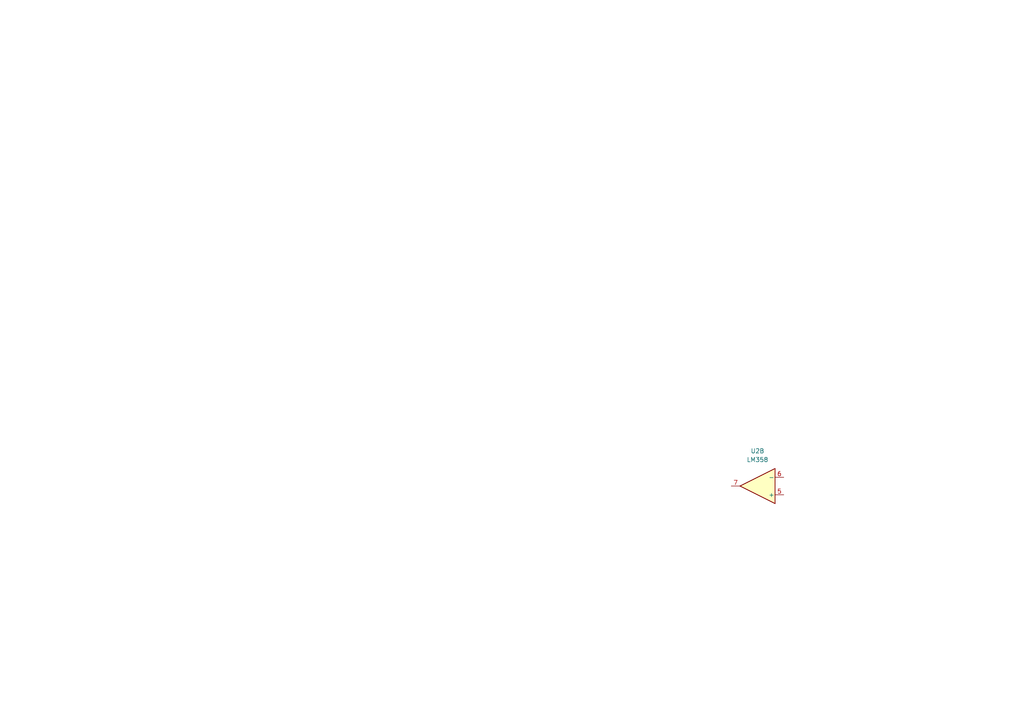
<source format=kicad_sch>
(kicad_sch (version 20231120) (generator "eeschema") (generator_version "8.0")
  (paper "A4")
  (lib_symbols
    (symbol "Amplifier_Operational:LM358" (pin_names (offset 0.127))
      (property "Reference" "U" (at 0 5.08 0))
      (property "Value" "LM358" (at 0 -5.08 0))
      (symbol "LM358_1_1"
        (polyline (pts (xy -5.08 5.08) (xy 5.08 0) (xy -5.08 -5.08) (xy -5.08 5.08)) (stroke (width 0.254)) (fill (type background)))
        (pin output line (at 7.62 0 180) (length 2.54) (name "~") (number "1"))
        (pin input line (at -7.62 -2.54 0) (length 2.54) (name "-") (number "2"))
        (pin input line (at -7.62 2.54 0) (length 2.54) (name "+") (number "3"))
      )
      (symbol "LM358_2_1"
        (polyline (pts (xy -5.08 5.08) (xy 5.08 0) (xy -5.08 -5.08) (xy -5.08 5.08)) (stroke (width 0.254)) (fill (type background)))
        (pin input line (at -7.62 2.54 0) (length 2.54) (name "+") (number "5"))
        (pin input line (at -7.62 -2.54 0) (length 2.54) (name "-") (number "6"))
        (pin output line (at 7.62 0 180) (length 2.54) (name "~") (number "7"))
      )
      (symbol "LM358_3_1"
        (pin power_in line (at -2.54 -7.62 90) (length 3.81) (name "V-") (number "4"))
        (pin power_in line (at -2.54 7.62 270) (length 3.81) (name "V+") (number "8"))
      )
    )
  )
  (symbol (lib_id "Amplifier_Operational:LM358") (at 219.71 140.97 180) (unit 2)
    (property "Reference" "U2" (at 219.71 130.81 0))
    (property "Value" "LM358" (at 219.71 133.35 0))
    (property "Datasheet" "http://www.ti.com/lit/ds/symlink/lm2904-n.pdf" (effects (hide yes)))
    (property "Description" "Low-Power, Dual Operational Amplifiers, DIP-8/SOIC-8/TO-99-8" (effects (hide yes)))
  )
)
</source>
